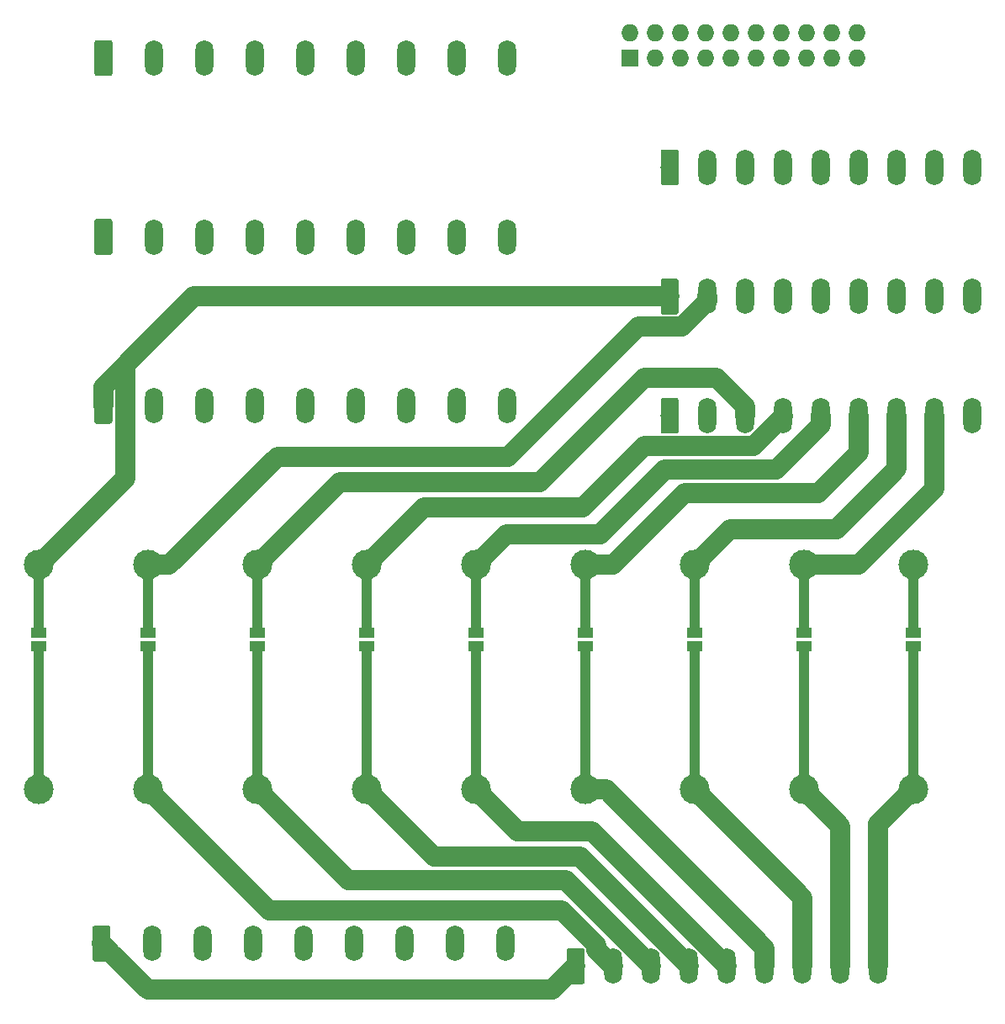
<source format=gtl>
%TF.GenerationSoftware,KiCad,Pcbnew,(5.1.4)-1*%
%TF.CreationDate,2020-03-16T02:32:59+08:00*%
%TF.ProjectId,9p-parallel-fused,39702d70-6172-4616-9c6c-656c2d667573,rev?*%
%TF.SameCoordinates,Original*%
%TF.FileFunction,Copper,L1,Top*%
%TF.FilePolarity,Positive*%
%FSLAX46Y46*%
G04 Gerber Fmt 4.6, Leading zero omitted, Abs format (unit mm)*
G04 Created by KiCad (PCBNEW (5.1.4)-1) date 2020-03-16 02:32:59*
%MOMM*%
%LPD*%
G04 APERTURE LIST*
%TA.AperFunction,SMDPad,CuDef*%
%ADD10R,1.500000X1.000000*%
%TD*%
%TA.AperFunction,ComponentPad*%
%ADD11O,1.800000X3.600000*%
%TD*%
%TA.AperFunction,Conductor*%
%ADD12C,0.100000*%
%TD*%
%TA.AperFunction,ComponentPad*%
%ADD13C,1.800000*%
%TD*%
%TA.AperFunction,ComponentPad*%
%ADD14O,1.727200X1.727200*%
%TD*%
%TA.AperFunction,ComponentPad*%
%ADD15R,1.727200X1.727200*%
%TD*%
%TA.AperFunction,ComponentPad*%
%ADD16C,3.000000*%
%TD*%
%TA.AperFunction,Conductor*%
%ADD17C,0.250000*%
%TD*%
%TA.AperFunction,Conductor*%
%ADD18C,2.000000*%
%TD*%
%TA.AperFunction,Conductor*%
%ADD19C,1.000000*%
%TD*%
G04 APERTURE END LIST*
D10*
%TO.P,JP9,1*%
%TO.N,9*%
X116500000Y-105850000D03*
%TO.P,JP9,2*%
%TO.N,9in*%
X116500000Y-107150000D03*
%TD*%
%TO.P,JP8,1*%
%TO.N,8*%
X105500000Y-105850000D03*
%TO.P,JP8,2*%
%TO.N,8in*%
X105500000Y-107150000D03*
%TD*%
%TO.P,JP7,1*%
%TO.N,7*%
X94500000Y-105850000D03*
%TO.P,JP7,2*%
%TO.N,7in*%
X94500000Y-107150000D03*
%TD*%
%TO.P,JP6,1*%
%TO.N,6*%
X83500000Y-105850000D03*
%TO.P,JP6,2*%
%TO.N,6in*%
X83500000Y-107150000D03*
%TD*%
%TO.P,JP5,1*%
%TO.N,5*%
X72500000Y-105850000D03*
%TO.P,JP5,2*%
%TO.N,5in*%
X72500000Y-107150000D03*
%TD*%
%TO.P,JP4,1*%
%TO.N,4*%
X61500000Y-105850000D03*
%TO.P,JP4,2*%
%TO.N,4in*%
X61500000Y-107150000D03*
%TD*%
%TO.P,JP3,1*%
%TO.N,3*%
X50500000Y-105850000D03*
%TO.P,JP3,2*%
%TO.N,3in*%
X50500000Y-107150000D03*
%TD*%
%TO.P,JP2,1*%
%TO.N,2*%
X39500000Y-105850000D03*
%TO.P,JP2,2*%
%TO.N,2in*%
X39500000Y-107150000D03*
%TD*%
%TO.P,JP1,1*%
%TO.N,1*%
X28500000Y-105850000D03*
%TO.P,JP1,2*%
%TO.N,1in*%
X28500000Y-107150000D03*
%TD*%
D11*
%TO.P,J5,9*%
%TO.N,9*%
X75640000Y-66000000D03*
%TO.P,J5,8*%
%TO.N,8*%
X70560000Y-66000000D03*
%TO.P,J5,7*%
%TO.N,7*%
X65480000Y-66000000D03*
%TO.P,J5,6*%
%TO.N,6*%
X60400000Y-66000000D03*
%TO.P,J5,5*%
%TO.N,5*%
X55320000Y-66000000D03*
%TO.P,J5,4*%
%TO.N,4*%
X50240000Y-66000000D03*
%TO.P,J5,3*%
%TO.N,3*%
X45160000Y-66000000D03*
%TO.P,J5,2*%
%TO.N,2*%
X40080000Y-66000000D03*
D12*
%TD*%
%TO.N,1*%
%TO.C,J5*%
G36*
X35674324Y-64201205D02*
G01*
X35698612Y-64204808D01*
X35722429Y-64210774D01*
X35745547Y-64219045D01*
X35767743Y-64229543D01*
X35788804Y-64242166D01*
X35808525Y-64256793D01*
X35826718Y-64273282D01*
X35843207Y-64291475D01*
X35857834Y-64311196D01*
X35870457Y-64332257D01*
X35880955Y-64354453D01*
X35889226Y-64377571D01*
X35895192Y-64401388D01*
X35898795Y-64425676D01*
X35900000Y-64450200D01*
X35900000Y-67549800D01*
X35898795Y-67574324D01*
X35895192Y-67598612D01*
X35889226Y-67622429D01*
X35880955Y-67645547D01*
X35870457Y-67667743D01*
X35857834Y-67688804D01*
X35843207Y-67708525D01*
X35826718Y-67726718D01*
X35808525Y-67743207D01*
X35788804Y-67757834D01*
X35767743Y-67770457D01*
X35745547Y-67780955D01*
X35722429Y-67789226D01*
X35698612Y-67795192D01*
X35674324Y-67798795D01*
X35649800Y-67800000D01*
X34350200Y-67800000D01*
X34325676Y-67798795D01*
X34301388Y-67795192D01*
X34277571Y-67789226D01*
X34254453Y-67780955D01*
X34232257Y-67770457D01*
X34211196Y-67757834D01*
X34191475Y-67743207D01*
X34173282Y-67726718D01*
X34156793Y-67708525D01*
X34142166Y-67688804D01*
X34129543Y-67667743D01*
X34119045Y-67645547D01*
X34110774Y-67622429D01*
X34104808Y-67598612D01*
X34101205Y-67574324D01*
X34100000Y-67549800D01*
X34100000Y-64450200D01*
X34101205Y-64425676D01*
X34104808Y-64401388D01*
X34110774Y-64377571D01*
X34119045Y-64354453D01*
X34129543Y-64332257D01*
X34142166Y-64311196D01*
X34156793Y-64291475D01*
X34173282Y-64273282D01*
X34191475Y-64256793D01*
X34211196Y-64242166D01*
X34232257Y-64229543D01*
X34254453Y-64219045D01*
X34277571Y-64210774D01*
X34301388Y-64204808D01*
X34325676Y-64201205D01*
X34350200Y-64200000D01*
X35649800Y-64200000D01*
X35674324Y-64201205D01*
X35674324Y-64201205D01*
G37*
D13*
%TO.P,J5,1*%
%TO.N,1*%
X35000000Y-66000000D03*
%TD*%
D11*
%TO.P,J4,9*%
%TO.N,9*%
X75640000Y-83000000D03*
%TO.P,J4,8*%
%TO.N,8*%
X70560000Y-83000000D03*
%TO.P,J4,7*%
%TO.N,7*%
X65480000Y-83000000D03*
%TO.P,J4,6*%
%TO.N,6*%
X60400000Y-83000000D03*
%TO.P,J4,5*%
%TO.N,5*%
X55320000Y-83000000D03*
%TO.P,J4,4*%
%TO.N,4*%
X50240000Y-83000000D03*
%TO.P,J4,3*%
%TO.N,3*%
X45160000Y-83000000D03*
%TO.P,J4,2*%
%TO.N,2*%
X40080000Y-83000000D03*
D12*
%TD*%
%TO.N,1*%
%TO.C,J4*%
G36*
X35674324Y-81201205D02*
G01*
X35698612Y-81204808D01*
X35722429Y-81210774D01*
X35745547Y-81219045D01*
X35767743Y-81229543D01*
X35788804Y-81242166D01*
X35808525Y-81256793D01*
X35826718Y-81273282D01*
X35843207Y-81291475D01*
X35857834Y-81311196D01*
X35870457Y-81332257D01*
X35880955Y-81354453D01*
X35889226Y-81377571D01*
X35895192Y-81401388D01*
X35898795Y-81425676D01*
X35900000Y-81450200D01*
X35900000Y-84549800D01*
X35898795Y-84574324D01*
X35895192Y-84598612D01*
X35889226Y-84622429D01*
X35880955Y-84645547D01*
X35870457Y-84667743D01*
X35857834Y-84688804D01*
X35843207Y-84708525D01*
X35826718Y-84726718D01*
X35808525Y-84743207D01*
X35788804Y-84757834D01*
X35767743Y-84770457D01*
X35745547Y-84780955D01*
X35722429Y-84789226D01*
X35698612Y-84795192D01*
X35674324Y-84798795D01*
X35649800Y-84800000D01*
X34350200Y-84800000D01*
X34325676Y-84798795D01*
X34301388Y-84795192D01*
X34277571Y-84789226D01*
X34254453Y-84780955D01*
X34232257Y-84770457D01*
X34211196Y-84757834D01*
X34191475Y-84743207D01*
X34173282Y-84726718D01*
X34156793Y-84708525D01*
X34142166Y-84688804D01*
X34129543Y-84667743D01*
X34119045Y-84645547D01*
X34110774Y-84622429D01*
X34104808Y-84598612D01*
X34101205Y-84574324D01*
X34100000Y-84549800D01*
X34100000Y-81450200D01*
X34101205Y-81425676D01*
X34104808Y-81401388D01*
X34110774Y-81377571D01*
X34119045Y-81354453D01*
X34129543Y-81332257D01*
X34142166Y-81311196D01*
X34156793Y-81291475D01*
X34173282Y-81273282D01*
X34191475Y-81256793D01*
X34211196Y-81242166D01*
X34232257Y-81229543D01*
X34254453Y-81219045D01*
X34277571Y-81210774D01*
X34301388Y-81204808D01*
X34325676Y-81201205D01*
X34350200Y-81200000D01*
X35649800Y-81200000D01*
X35674324Y-81201205D01*
X35674324Y-81201205D01*
G37*
D13*
%TO.P,J4,1*%
%TO.N,1*%
X35000000Y-83000000D03*
%TD*%
D11*
%TO.P,J3,9*%
%TO.N,9*%
X75640000Y-48000000D03*
%TO.P,J3,8*%
%TO.N,8*%
X70560000Y-48000000D03*
%TO.P,J3,7*%
%TO.N,7*%
X65480000Y-48000000D03*
%TO.P,J3,6*%
%TO.N,6*%
X60400000Y-48000000D03*
%TO.P,J3,5*%
%TO.N,5*%
X55320000Y-48000000D03*
%TO.P,J3,4*%
%TO.N,4*%
X50240000Y-48000000D03*
%TO.P,J3,3*%
%TO.N,3*%
X45160000Y-48000000D03*
%TO.P,J3,2*%
%TO.N,2*%
X40080000Y-48000000D03*
D12*
%TD*%
%TO.N,1*%
%TO.C,J3*%
G36*
X35674324Y-46201205D02*
G01*
X35698612Y-46204808D01*
X35722429Y-46210774D01*
X35745547Y-46219045D01*
X35767743Y-46229543D01*
X35788804Y-46242166D01*
X35808525Y-46256793D01*
X35826718Y-46273282D01*
X35843207Y-46291475D01*
X35857834Y-46311196D01*
X35870457Y-46332257D01*
X35880955Y-46354453D01*
X35889226Y-46377571D01*
X35895192Y-46401388D01*
X35898795Y-46425676D01*
X35900000Y-46450200D01*
X35900000Y-49549800D01*
X35898795Y-49574324D01*
X35895192Y-49598612D01*
X35889226Y-49622429D01*
X35880955Y-49645547D01*
X35870457Y-49667743D01*
X35857834Y-49688804D01*
X35843207Y-49708525D01*
X35826718Y-49726718D01*
X35808525Y-49743207D01*
X35788804Y-49757834D01*
X35767743Y-49770457D01*
X35745547Y-49780955D01*
X35722429Y-49789226D01*
X35698612Y-49795192D01*
X35674324Y-49798795D01*
X35649800Y-49800000D01*
X34350200Y-49800000D01*
X34325676Y-49798795D01*
X34301388Y-49795192D01*
X34277571Y-49789226D01*
X34254453Y-49780955D01*
X34232257Y-49770457D01*
X34211196Y-49757834D01*
X34191475Y-49743207D01*
X34173282Y-49726718D01*
X34156793Y-49708525D01*
X34142166Y-49688804D01*
X34129543Y-49667743D01*
X34119045Y-49645547D01*
X34110774Y-49622429D01*
X34104808Y-49598612D01*
X34101205Y-49574324D01*
X34100000Y-49549800D01*
X34100000Y-46450200D01*
X34101205Y-46425676D01*
X34104808Y-46401388D01*
X34110774Y-46377571D01*
X34119045Y-46354453D01*
X34129543Y-46332257D01*
X34142166Y-46311196D01*
X34156793Y-46291475D01*
X34173282Y-46273282D01*
X34191475Y-46256793D01*
X34211196Y-46242166D01*
X34232257Y-46229543D01*
X34254453Y-46219045D01*
X34277571Y-46210774D01*
X34301388Y-46204808D01*
X34325676Y-46201205D01*
X34350200Y-46200000D01*
X35649800Y-46200000D01*
X35674324Y-46201205D01*
X35674324Y-46201205D01*
G37*
D13*
%TO.P,J3,1*%
%TO.N,1*%
X35000000Y-48000000D03*
%TD*%
D11*
%TO.P,J1,9*%
%TO.N,9in*%
X75440000Y-137100000D03*
%TO.P,J1,8*%
%TO.N,8in*%
X70360000Y-137100000D03*
%TO.P,J1,7*%
%TO.N,7in*%
X65280000Y-137100000D03*
%TO.P,J1,6*%
%TO.N,6in*%
X60200000Y-137100000D03*
%TO.P,J1,5*%
%TO.N,5in*%
X55120000Y-137100000D03*
%TO.P,J1,4*%
%TO.N,4in*%
X50040000Y-137100000D03*
%TO.P,J1,3*%
%TO.N,3in*%
X44960000Y-137100000D03*
%TO.P,J1,2*%
%TO.N,2in*%
X39880000Y-137100000D03*
D12*
%TD*%
%TO.N,1in*%
%TO.C,J1*%
G36*
X35474324Y-135301205D02*
G01*
X35498612Y-135304808D01*
X35522429Y-135310774D01*
X35545547Y-135319045D01*
X35567743Y-135329543D01*
X35588804Y-135342166D01*
X35608525Y-135356793D01*
X35626718Y-135373282D01*
X35643207Y-135391475D01*
X35657834Y-135411196D01*
X35670457Y-135432257D01*
X35680955Y-135454453D01*
X35689226Y-135477571D01*
X35695192Y-135501388D01*
X35698795Y-135525676D01*
X35700000Y-135550200D01*
X35700000Y-138649800D01*
X35698795Y-138674324D01*
X35695192Y-138698612D01*
X35689226Y-138722429D01*
X35680955Y-138745547D01*
X35670457Y-138767743D01*
X35657834Y-138788804D01*
X35643207Y-138808525D01*
X35626718Y-138826718D01*
X35608525Y-138843207D01*
X35588804Y-138857834D01*
X35567743Y-138870457D01*
X35545547Y-138880955D01*
X35522429Y-138889226D01*
X35498612Y-138895192D01*
X35474324Y-138898795D01*
X35449800Y-138900000D01*
X34150200Y-138900000D01*
X34125676Y-138898795D01*
X34101388Y-138895192D01*
X34077571Y-138889226D01*
X34054453Y-138880955D01*
X34032257Y-138870457D01*
X34011196Y-138857834D01*
X33991475Y-138843207D01*
X33973282Y-138826718D01*
X33956793Y-138808525D01*
X33942166Y-138788804D01*
X33929543Y-138767743D01*
X33919045Y-138745547D01*
X33910774Y-138722429D01*
X33904808Y-138698612D01*
X33901205Y-138674324D01*
X33900000Y-138649800D01*
X33900000Y-135550200D01*
X33901205Y-135525676D01*
X33904808Y-135501388D01*
X33910774Y-135477571D01*
X33919045Y-135454453D01*
X33929543Y-135432257D01*
X33942166Y-135411196D01*
X33956793Y-135391475D01*
X33973282Y-135373282D01*
X33991475Y-135356793D01*
X34011196Y-135342166D01*
X34032257Y-135329543D01*
X34054453Y-135319045D01*
X34077571Y-135310774D01*
X34101388Y-135304808D01*
X34125676Y-135301205D01*
X34150200Y-135300000D01*
X35449800Y-135300000D01*
X35474324Y-135301205D01*
X35474324Y-135301205D01*
G37*
D13*
%TO.P,J1,1*%
%TO.N,1in*%
X34800000Y-137100000D03*
%TD*%
D11*
%TO.P,J2,9*%
%TO.N,9in*%
X113020000Y-139390000D03*
%TO.P,J2,8*%
%TO.N,8in*%
X109210000Y-139390000D03*
%TO.P,J2,7*%
%TO.N,7in*%
X105400000Y-139390000D03*
%TO.P,J2,6*%
%TO.N,6in*%
X101590000Y-139390000D03*
%TO.P,J2,5*%
%TO.N,5in*%
X97780000Y-139390000D03*
%TO.P,J2,4*%
%TO.N,4in*%
X93970000Y-139390000D03*
%TO.P,J2,3*%
%TO.N,3in*%
X90160000Y-139390000D03*
%TO.P,J2,2*%
%TO.N,2in*%
X86350000Y-139390000D03*
D12*
%TD*%
%TO.N,1in*%
%TO.C,J2*%
G36*
X83214504Y-137591204D02*
G01*
X83238773Y-137594804D01*
X83262571Y-137600765D01*
X83285671Y-137609030D01*
X83307849Y-137619520D01*
X83328893Y-137632133D01*
X83348598Y-137646747D01*
X83366777Y-137663223D01*
X83383253Y-137681402D01*
X83397867Y-137701107D01*
X83410480Y-137722151D01*
X83420970Y-137744329D01*
X83429235Y-137767429D01*
X83435196Y-137791227D01*
X83438796Y-137815496D01*
X83440000Y-137840000D01*
X83440000Y-140940000D01*
X83438796Y-140964504D01*
X83435196Y-140988773D01*
X83429235Y-141012571D01*
X83420970Y-141035671D01*
X83410480Y-141057849D01*
X83397867Y-141078893D01*
X83383253Y-141098598D01*
X83366777Y-141116777D01*
X83348598Y-141133253D01*
X83328893Y-141147867D01*
X83307849Y-141160480D01*
X83285671Y-141170970D01*
X83262571Y-141179235D01*
X83238773Y-141185196D01*
X83214504Y-141188796D01*
X83190000Y-141190000D01*
X81890000Y-141190000D01*
X81865496Y-141188796D01*
X81841227Y-141185196D01*
X81817429Y-141179235D01*
X81794329Y-141170970D01*
X81772151Y-141160480D01*
X81751107Y-141147867D01*
X81731402Y-141133253D01*
X81713223Y-141116777D01*
X81696747Y-141098598D01*
X81682133Y-141078893D01*
X81669520Y-141057849D01*
X81659030Y-141035671D01*
X81650765Y-141012571D01*
X81644804Y-140988773D01*
X81641204Y-140964504D01*
X81640000Y-140940000D01*
X81640000Y-137840000D01*
X81641204Y-137815496D01*
X81644804Y-137791227D01*
X81650765Y-137767429D01*
X81659030Y-137744329D01*
X81669520Y-137722151D01*
X81682133Y-137701107D01*
X81696747Y-137681402D01*
X81713223Y-137663223D01*
X81731402Y-137646747D01*
X81751107Y-137632133D01*
X81772151Y-137619520D01*
X81794329Y-137609030D01*
X81817429Y-137600765D01*
X81841227Y-137594804D01*
X81865496Y-137591204D01*
X81890000Y-137590000D01*
X83190000Y-137590000D01*
X83214504Y-137591204D01*
X83214504Y-137591204D01*
G37*
D13*
%TO.P,J2,1*%
%TO.N,1in*%
X82540000Y-139390000D03*
%TD*%
D14*
%TO.P,J10,20*%
%TO.N,9*%
X110860000Y-45460000D03*
%TO.P,J10,19*%
X110860000Y-48000000D03*
%TO.P,J10,18*%
%TO.N,8*%
X108320000Y-45460000D03*
%TO.P,J10,17*%
X108320000Y-48000000D03*
%TO.P,J10,16*%
%TO.N,7*%
X105780000Y-45460000D03*
%TO.P,J10,15*%
X105780000Y-48000000D03*
%TO.P,J10,14*%
%TO.N,6*%
X103240000Y-45460000D03*
%TO.P,J10,13*%
X103240000Y-48000000D03*
%TO.P,J10,12*%
%TO.N,5*%
X100700000Y-45460000D03*
%TO.P,J10,11*%
X100700000Y-48000000D03*
%TO.P,J10,10*%
%TO.N,4*%
X98160000Y-45460000D03*
%TO.P,J10,9*%
X98160000Y-48000000D03*
%TO.P,J10,8*%
%TO.N,3*%
X95620000Y-45460000D03*
%TO.P,J10,7*%
X95620000Y-48000000D03*
%TO.P,J10,6*%
%TO.N,2*%
X93080000Y-45460000D03*
%TO.P,J10,5*%
X93080000Y-48000000D03*
%TO.P,J10,4*%
%TO.N,1*%
X90540000Y-45460000D03*
%TO.P,J10,3*%
X90540000Y-48000000D03*
%TO.P,J10,2*%
X88000000Y-45460000D03*
D15*
%TO.P,J10,1*%
X88000000Y-48000000D03*
%TD*%
D11*
%TO.P,J9,9*%
%TO.N,9*%
X122480000Y-84000000D03*
%TO.P,J9,8*%
%TO.N,8*%
X118670000Y-84000000D03*
%TO.P,J9,7*%
%TO.N,7*%
X114860000Y-84000000D03*
%TO.P,J9,6*%
%TO.N,6*%
X111050000Y-84000000D03*
%TO.P,J9,5*%
%TO.N,5*%
X107240000Y-84000000D03*
%TO.P,J9,4*%
%TO.N,4*%
X103430000Y-84000000D03*
%TO.P,J9,3*%
%TO.N,3*%
X99620000Y-84000000D03*
%TO.P,J9,2*%
%TO.N,2*%
X95810000Y-84000000D03*
D12*
%TD*%
%TO.N,1*%
%TO.C,J9*%
G36*
X92674504Y-82201204D02*
G01*
X92698773Y-82204804D01*
X92722571Y-82210765D01*
X92745671Y-82219030D01*
X92767849Y-82229520D01*
X92788893Y-82242133D01*
X92808598Y-82256747D01*
X92826777Y-82273223D01*
X92843253Y-82291402D01*
X92857867Y-82311107D01*
X92870480Y-82332151D01*
X92880970Y-82354329D01*
X92889235Y-82377429D01*
X92895196Y-82401227D01*
X92898796Y-82425496D01*
X92900000Y-82450000D01*
X92900000Y-85550000D01*
X92898796Y-85574504D01*
X92895196Y-85598773D01*
X92889235Y-85622571D01*
X92880970Y-85645671D01*
X92870480Y-85667849D01*
X92857867Y-85688893D01*
X92843253Y-85708598D01*
X92826777Y-85726777D01*
X92808598Y-85743253D01*
X92788893Y-85757867D01*
X92767849Y-85770480D01*
X92745671Y-85780970D01*
X92722571Y-85789235D01*
X92698773Y-85795196D01*
X92674504Y-85798796D01*
X92650000Y-85800000D01*
X91350000Y-85800000D01*
X91325496Y-85798796D01*
X91301227Y-85795196D01*
X91277429Y-85789235D01*
X91254329Y-85780970D01*
X91232151Y-85770480D01*
X91211107Y-85757867D01*
X91191402Y-85743253D01*
X91173223Y-85726777D01*
X91156747Y-85708598D01*
X91142133Y-85688893D01*
X91129520Y-85667849D01*
X91119030Y-85645671D01*
X91110765Y-85622571D01*
X91104804Y-85598773D01*
X91101204Y-85574504D01*
X91100000Y-85550000D01*
X91100000Y-82450000D01*
X91101204Y-82425496D01*
X91104804Y-82401227D01*
X91110765Y-82377429D01*
X91119030Y-82354329D01*
X91129520Y-82332151D01*
X91142133Y-82311107D01*
X91156747Y-82291402D01*
X91173223Y-82273223D01*
X91191402Y-82256747D01*
X91211107Y-82242133D01*
X91232151Y-82229520D01*
X91254329Y-82219030D01*
X91277429Y-82210765D01*
X91301227Y-82204804D01*
X91325496Y-82201204D01*
X91350000Y-82200000D01*
X92650000Y-82200000D01*
X92674504Y-82201204D01*
X92674504Y-82201204D01*
G37*
D13*
%TO.P,J9,1*%
%TO.N,1*%
X92000000Y-84000000D03*
%TD*%
D11*
%TO.P,J8,9*%
%TO.N,9*%
X122480000Y-72000000D03*
%TO.P,J8,8*%
%TO.N,8*%
X118670000Y-72000000D03*
%TO.P,J8,7*%
%TO.N,7*%
X114860000Y-72000000D03*
%TO.P,J8,6*%
%TO.N,6*%
X111050000Y-72000000D03*
%TO.P,J8,5*%
%TO.N,5*%
X107240000Y-72000000D03*
%TO.P,J8,4*%
%TO.N,4*%
X103430000Y-72000000D03*
%TO.P,J8,3*%
%TO.N,3*%
X99620000Y-72000000D03*
%TO.P,J8,2*%
%TO.N,2*%
X95810000Y-72000000D03*
D12*
%TD*%
%TO.N,1*%
%TO.C,J8*%
G36*
X92674504Y-70201204D02*
G01*
X92698773Y-70204804D01*
X92722571Y-70210765D01*
X92745671Y-70219030D01*
X92767849Y-70229520D01*
X92788893Y-70242133D01*
X92808598Y-70256747D01*
X92826777Y-70273223D01*
X92843253Y-70291402D01*
X92857867Y-70311107D01*
X92870480Y-70332151D01*
X92880970Y-70354329D01*
X92889235Y-70377429D01*
X92895196Y-70401227D01*
X92898796Y-70425496D01*
X92900000Y-70450000D01*
X92900000Y-73550000D01*
X92898796Y-73574504D01*
X92895196Y-73598773D01*
X92889235Y-73622571D01*
X92880970Y-73645671D01*
X92870480Y-73667849D01*
X92857867Y-73688893D01*
X92843253Y-73708598D01*
X92826777Y-73726777D01*
X92808598Y-73743253D01*
X92788893Y-73757867D01*
X92767849Y-73770480D01*
X92745671Y-73780970D01*
X92722571Y-73789235D01*
X92698773Y-73795196D01*
X92674504Y-73798796D01*
X92650000Y-73800000D01*
X91350000Y-73800000D01*
X91325496Y-73798796D01*
X91301227Y-73795196D01*
X91277429Y-73789235D01*
X91254329Y-73780970D01*
X91232151Y-73770480D01*
X91211107Y-73757867D01*
X91191402Y-73743253D01*
X91173223Y-73726777D01*
X91156747Y-73708598D01*
X91142133Y-73688893D01*
X91129520Y-73667849D01*
X91119030Y-73645671D01*
X91110765Y-73622571D01*
X91104804Y-73598773D01*
X91101204Y-73574504D01*
X91100000Y-73550000D01*
X91100000Y-70450000D01*
X91101204Y-70425496D01*
X91104804Y-70401227D01*
X91110765Y-70377429D01*
X91119030Y-70354329D01*
X91129520Y-70332151D01*
X91142133Y-70311107D01*
X91156747Y-70291402D01*
X91173223Y-70273223D01*
X91191402Y-70256747D01*
X91211107Y-70242133D01*
X91232151Y-70229520D01*
X91254329Y-70219030D01*
X91277429Y-70210765D01*
X91301227Y-70204804D01*
X91325496Y-70201204D01*
X91350000Y-70200000D01*
X92650000Y-70200000D01*
X92674504Y-70201204D01*
X92674504Y-70201204D01*
G37*
D13*
%TO.P,J8,1*%
%TO.N,1*%
X92000000Y-72000000D03*
%TD*%
D11*
%TO.P,J6,9*%
%TO.N,9*%
X122480000Y-59000000D03*
%TO.P,J6,8*%
%TO.N,8*%
X118670000Y-59000000D03*
%TO.P,J6,7*%
%TO.N,7*%
X114860000Y-59000000D03*
%TO.P,J6,6*%
%TO.N,6*%
X111050000Y-59000000D03*
%TO.P,J6,5*%
%TO.N,5*%
X107240000Y-59000000D03*
%TO.P,J6,4*%
%TO.N,4*%
X103430000Y-59000000D03*
%TO.P,J6,3*%
%TO.N,3*%
X99620000Y-59000000D03*
%TO.P,J6,2*%
%TO.N,2*%
X95810000Y-59000000D03*
D12*
%TD*%
%TO.N,1*%
%TO.C,J6*%
G36*
X92674504Y-57201204D02*
G01*
X92698773Y-57204804D01*
X92722571Y-57210765D01*
X92745671Y-57219030D01*
X92767849Y-57229520D01*
X92788893Y-57242133D01*
X92808598Y-57256747D01*
X92826777Y-57273223D01*
X92843253Y-57291402D01*
X92857867Y-57311107D01*
X92870480Y-57332151D01*
X92880970Y-57354329D01*
X92889235Y-57377429D01*
X92895196Y-57401227D01*
X92898796Y-57425496D01*
X92900000Y-57450000D01*
X92900000Y-60550000D01*
X92898796Y-60574504D01*
X92895196Y-60598773D01*
X92889235Y-60622571D01*
X92880970Y-60645671D01*
X92870480Y-60667849D01*
X92857867Y-60688893D01*
X92843253Y-60708598D01*
X92826777Y-60726777D01*
X92808598Y-60743253D01*
X92788893Y-60757867D01*
X92767849Y-60770480D01*
X92745671Y-60780970D01*
X92722571Y-60789235D01*
X92698773Y-60795196D01*
X92674504Y-60798796D01*
X92650000Y-60800000D01*
X91350000Y-60800000D01*
X91325496Y-60798796D01*
X91301227Y-60795196D01*
X91277429Y-60789235D01*
X91254329Y-60780970D01*
X91232151Y-60770480D01*
X91211107Y-60757867D01*
X91191402Y-60743253D01*
X91173223Y-60726777D01*
X91156747Y-60708598D01*
X91142133Y-60688893D01*
X91129520Y-60667849D01*
X91119030Y-60645671D01*
X91110765Y-60622571D01*
X91104804Y-60598773D01*
X91101204Y-60574504D01*
X91100000Y-60550000D01*
X91100000Y-57450000D01*
X91101204Y-57425496D01*
X91104804Y-57401227D01*
X91110765Y-57377429D01*
X91119030Y-57354329D01*
X91129520Y-57332151D01*
X91142133Y-57311107D01*
X91156747Y-57291402D01*
X91173223Y-57273223D01*
X91191402Y-57256747D01*
X91211107Y-57242133D01*
X91232151Y-57229520D01*
X91254329Y-57219030D01*
X91277429Y-57210765D01*
X91301227Y-57204804D01*
X91325496Y-57201204D01*
X91350000Y-57200000D01*
X92650000Y-57200000D01*
X92674504Y-57201204D01*
X92674504Y-57201204D01*
G37*
D13*
%TO.P,J6,1*%
%TO.N,1*%
X92000000Y-59000000D03*
%TD*%
D16*
%TO.P,F9,2*%
%TO.N,9in*%
X116500000Y-121600000D03*
%TO.P,F9,1*%
%TO.N,9*%
X116500000Y-99000000D03*
%TD*%
%TO.P,F8,2*%
%TO.N,8in*%
X105500000Y-121600000D03*
%TO.P,F8,1*%
%TO.N,8*%
X105500000Y-99000000D03*
%TD*%
%TO.P,F7,2*%
%TO.N,7in*%
X94500000Y-121600000D03*
%TO.P,F7,1*%
%TO.N,7*%
X94500000Y-99000000D03*
%TD*%
%TO.P,F6,2*%
%TO.N,6in*%
X83500000Y-121600000D03*
%TO.P,F6,1*%
%TO.N,6*%
X83500000Y-99000000D03*
%TD*%
%TO.P,F5,2*%
%TO.N,5in*%
X72500000Y-121600000D03*
%TO.P,F5,1*%
%TO.N,5*%
X72500000Y-99000000D03*
%TD*%
%TO.P,F4,2*%
%TO.N,4in*%
X61500000Y-121600000D03*
%TO.P,F4,1*%
%TO.N,4*%
X61500000Y-99000000D03*
%TD*%
%TO.P,F3,2*%
%TO.N,3in*%
X50500000Y-121600000D03*
%TO.P,F3,1*%
%TO.N,3*%
X50500000Y-99000000D03*
%TD*%
%TO.P,F2,2*%
%TO.N,2in*%
X39500000Y-121600000D03*
%TO.P,F2,1*%
%TO.N,2*%
X39500000Y-99000000D03*
%TD*%
%TO.P,F1,2*%
%TO.N,1in*%
X28500000Y-121600000D03*
%TO.P,F1,1*%
%TO.N,1*%
X28500000Y-99000000D03*
%TD*%
D17*
%TO.N,1in*%
X82480000Y-139100000D02*
X82480000Y-140000000D01*
D18*
X35770710Y-138070710D02*
X34800000Y-137100000D01*
X39449990Y-141749990D02*
X35770710Y-138070710D01*
X80180010Y-141749990D02*
X39449990Y-141749990D01*
X82540000Y-139390000D02*
X80180010Y-141749990D01*
D19*
X28500000Y-108650000D02*
X28500000Y-121600000D01*
X28500000Y-107150000D02*
X28500000Y-108650000D01*
D18*
%TO.N,2in*%
X40999999Y-123099999D02*
X39500000Y-121600000D01*
X86350000Y-139390000D02*
X86300000Y-139390000D01*
X86300000Y-139390000D02*
X84640010Y-137730010D01*
X84640010Y-137730010D02*
X84640010Y-137239384D01*
X84640010Y-137239384D02*
X81185313Y-133784687D01*
X81185313Y-133784687D02*
X51684687Y-133784687D01*
X51684687Y-133784687D02*
X40999999Y-123099999D01*
D19*
X39500000Y-107150000D02*
X39500000Y-121600000D01*
D18*
%TO.N,3in*%
X51999999Y-123099999D02*
X50500000Y-121600000D01*
X59645069Y-130745069D02*
X51999999Y-123099999D01*
X81574931Y-130745069D02*
X59645069Y-130745069D01*
X90160000Y-139330138D02*
X81574931Y-130745069D01*
X90160000Y-139390000D02*
X90160000Y-139330138D01*
D19*
X50500000Y-107150000D02*
X50500000Y-121600000D01*
D18*
%TO.N,4in*%
X62999999Y-123099999D02*
X61500000Y-121600000D01*
X68240069Y-128340069D02*
X62999999Y-123099999D01*
X82979931Y-128340069D02*
X68240069Y-128340069D01*
X93970000Y-139330138D02*
X82979931Y-128340069D01*
X93970000Y-139390000D02*
X93970000Y-139330138D01*
D19*
X61500000Y-119478680D02*
X61500000Y-107150000D01*
X61500000Y-121600000D02*
X61500000Y-119478680D01*
D18*
%TO.N,5in*%
X97780000Y-139390000D02*
X97780000Y-139330138D01*
X76675069Y-125775069D02*
X72500000Y-121600000D01*
X84224931Y-125775069D02*
X76675069Y-125775069D01*
X97780000Y-139330138D02*
X84224931Y-125775069D01*
D19*
X72500000Y-107150000D02*
X72500000Y-121600000D01*
D18*
%TO.N,6in*%
X101590000Y-137568680D02*
X101590000Y-139390000D01*
X85621320Y-121600000D02*
X101590000Y-137568680D01*
X83500000Y-121600000D02*
X85621320Y-121600000D01*
D19*
X83500000Y-108650000D02*
X83500000Y-121600000D01*
X83500000Y-107150000D02*
X83500000Y-108650000D01*
D18*
%TO.N,7in*%
X105400000Y-132500000D02*
X94500000Y-121600000D01*
X105400000Y-139390000D02*
X105400000Y-132500000D01*
D19*
X94500000Y-107150000D02*
X94500000Y-121600000D01*
D18*
%TO.N,8in*%
X109210000Y-125310000D02*
X105500000Y-121600000D01*
X109210000Y-139390000D02*
X109210000Y-125310000D01*
D19*
X105500000Y-107150000D02*
X105500000Y-121600000D01*
D18*
%TO.N,9in*%
X113020000Y-125080000D02*
X116500000Y-121600000D01*
X113020000Y-139390000D02*
X113020000Y-125080000D01*
D19*
X116500000Y-108650000D02*
X116500000Y-121600000D01*
X116500000Y-107150000D02*
X116500000Y-108650000D01*
D18*
%TO.N,1*%
X91000000Y-72000000D02*
X92000000Y-72000000D01*
X44100000Y-72000000D02*
X91000000Y-72000000D01*
X35000000Y-83000000D02*
X35000000Y-81100000D01*
X37190000Y-90310000D02*
X28500000Y-99000000D01*
X37190000Y-78910000D02*
X37190000Y-90310000D01*
X37190000Y-78910000D02*
X44100000Y-72000000D01*
X35000000Y-81100000D02*
X37190000Y-78910000D01*
D19*
X28500000Y-105850000D02*
X28500000Y-99000000D01*
D18*
%TO.N,2*%
X95810000Y-72440626D02*
X95810000Y-72000000D01*
X39500000Y-99000000D02*
X41621320Y-99000000D01*
X52505660Y-88115660D02*
X75757775Y-88115660D01*
X75757775Y-88115660D02*
X88873425Y-75000010D01*
X41621320Y-99000000D02*
X52505660Y-88115660D01*
X88873425Y-75000010D02*
X93250616Y-75000010D01*
X93250616Y-75000010D02*
X95810000Y-72440626D01*
D19*
X39500000Y-105850000D02*
X39500000Y-99000000D01*
D18*
%TO.N,3*%
X99620000Y-83100000D02*
X99620000Y-84000000D01*
X89410000Y-80200000D02*
X96720000Y-80200000D01*
X96720000Y-80200000D02*
X99620000Y-83100000D01*
X58815000Y-90685000D02*
X50500000Y-99000000D01*
X78925000Y-90685000D02*
X58815000Y-90685000D01*
X78925000Y-90685000D02*
X89410000Y-80200000D01*
D19*
X50500000Y-105850000D02*
X50500000Y-99000000D01*
D18*
%TO.N,4*%
X67255641Y-93244359D02*
X61500000Y-99000000D01*
X83225641Y-93244359D02*
X67255641Y-93244359D01*
X89469990Y-87000010D02*
X83225641Y-93244359D01*
X100489852Y-87000010D02*
X89469990Y-87000010D01*
X103430000Y-84000000D02*
X103430000Y-84059862D01*
X103430000Y-84059862D02*
X100489852Y-87000010D01*
D19*
X61500000Y-105850000D02*
X61500000Y-99000000D01*
D18*
%TO.N,5*%
X75600000Y-95900000D02*
X72500000Y-99000000D01*
X85000000Y-95900000D02*
X75600000Y-95900000D01*
X91475000Y-89425000D02*
X85000000Y-95900000D01*
X102715000Y-89425000D02*
X91475000Y-89425000D01*
X107240000Y-84900000D02*
X102715000Y-89425000D01*
X107240000Y-84000000D02*
X107240000Y-84900000D01*
D19*
X72500000Y-99000000D02*
X72500000Y-105850000D01*
D18*
%TO.N,6*%
X86310000Y-99000000D02*
X83500000Y-99000000D01*
X93520000Y-91790000D02*
X86310000Y-99000000D01*
X106950000Y-91790000D02*
X93520000Y-91790000D01*
X111050000Y-87690000D02*
X106950000Y-91790000D01*
X111050000Y-84000000D02*
X111050000Y-87690000D01*
D19*
X83500000Y-99000000D02*
X83500000Y-105850000D01*
D18*
%TO.N,7*%
X98120000Y-95380000D02*
X94500000Y-99000000D01*
X108810000Y-95380000D02*
X98120000Y-95380000D01*
X114860000Y-89330000D02*
X108810000Y-95380000D01*
X114860000Y-84000000D02*
X114860000Y-89330000D01*
D19*
X94500000Y-99000000D02*
X94500000Y-105850000D01*
D18*
%TO.N,8*%
X111040000Y-99000000D02*
X105500000Y-99000000D01*
X118670000Y-91370000D02*
X111040000Y-99000000D01*
X118670000Y-84000000D02*
X118670000Y-91370000D01*
D19*
X105500000Y-99000000D02*
X105500000Y-105850000D01*
%TO.N,9*%
X116500000Y-99000000D02*
X116500000Y-105850000D01*
%TD*%
M02*

</source>
